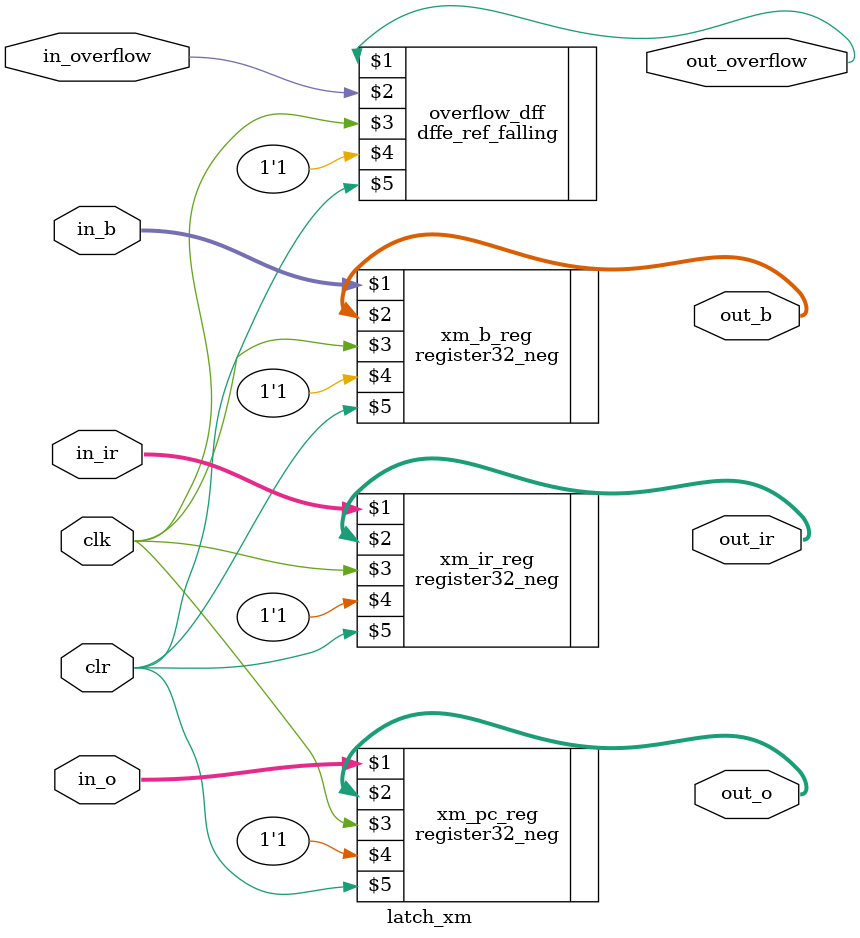
<source format=v>
module latch_xm(in_overflow, in_ir, in_o, in_b, out_ir, out_o, out_b, out_overflow, clk, clr);

    input [31:0] in_ir, in_o, in_b;
    input clk, clr, in_overflow;
    output [31:0] out_o, out_ir, out_b;
    output out_overflow;


    register32_neg xm_pc_reg(in_o, out_o, clk, 1'b1, clr);
    register32_neg xm_ir_reg(in_ir, out_ir, clk, 1'b1, clr);
    register32_neg xm_b_reg(in_b, out_b, clk, 1'b1, clr);
    dffe_ref_falling overflow_dff(out_overflow, in_overflow, clk, 1'b1, clr);
    
endmodule
</source>
